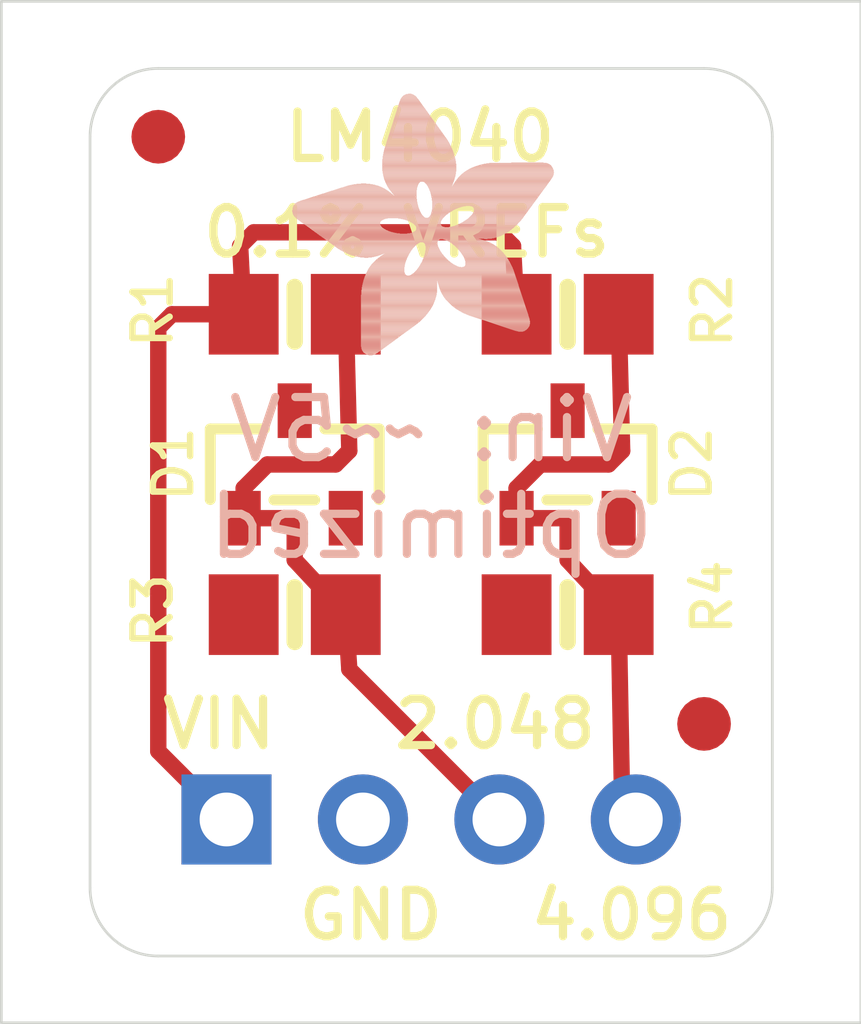
<source format=kicad_pcb>
(kicad_pcb (version 20240108) (generator "pcbnew") (generator_version "8.0")
  (layers (0 "F.Cu" signal) (31 "B.Cu" signal) (34 "B.Paste" user) (35 "F.Paste" user) (36 "B.SilkS" user "B.Silkscreen") (37 "F.SilkS" user "F.Silkscreen") (38 "B.Mask" user) (39 "F.Mask" user) (44 "Edge.Cuts" user))
  (net 0 "")
  (net 1 "GND")
  (net 2 "VIN")
  (net 3 "2.048V")
  (net 4 "4.096V")
  (footprint "0805-NO" (layer "F.Cu") (at 145.9611 106.9086 180)
    (property "Reference" "R3" (at 3.048 0.8255 90) (layer "F.SilkS") (effects (font (size 0.692831 0.692831) (thickness 0.119969)) (justify right top)))
    (property "Value" "10K")
    (pad "1" smd rect (at -0.95 0 180) (size 1.3 1.5) (layers "F.Cu" "F.Paste" "F.Mask") (net 3 "2.048V"))
    (pad "2" smd rect (at 0.95 0 180) (size 1.3 1.5) (layers "F.Cu" "F.Paste" "F.Mask") (net 1 "GND"))
  )
  (footprint "0805-NO" (layer "F.Cu") (at 151.0411 101.3206 180)
    (property "Reference" "R2" (at -2.286 0.8255 90) (layer "F.SilkS") (effects (font (size 0.692831 0.692831) (thickness 0.119969)) (justify right top)))
    (property "Value" "750")
    (pad "1" smd rect (at -0.95 0 180) (size 1.3 1.5) (layers "F.Cu" "F.Paste" "F.Mask") (net 4 "4.096V"))
    (pad "2" smd rect (at 0.95 0 180) (size 1.3 1.5) (layers "F.Cu" "F.Paste" "F.Mask") (net 2 "VIN"))
  )
  (footprint "FIDUCIAL_1MM" (layer "F.Cu") (at 143.4211 98.0186)
    (property "Reference" "FID1" (hide yes))
    (property "Value" "FIDUCIAL\"\"" (hide yes))
    (pad "1" smd roundrect (at 0 0) (size 1 1) (layers "F.Cu" "F.Mask") (roundrect_rratio 0.5))
  )
  (footprint "0805-NO" (layer "F.Cu") (at 151.0411 106.9086 180)
    (property "Reference" "R4" (at -2.286 1.0795 90) (layer "F.SilkS") (effects (font (size 0.692831 0.692831) (thickness 0.119969)) (justify right top)))
    (property "Value" "10K")
    (pad "1" smd rect (at -0.95 0 180) (size 1.3 1.5) (layers "F.Cu" "F.Paste" "F.Mask") (net 4 "4.096V"))
    (pad "2" smd rect (at 0.95 0 180) (size 1.3 1.5) (layers "F.Cu" "F.Paste" "F.Mask") (net 1 "GND"))
  )
  (footprint "1X04_ROUND" (layer "F.Cu") (at 148.5011 110.7186)
    (property "Reference" "JP1" (hide yes))
    (property "Value" "")
    (pad "1" thru_hole rect (at -3.81 0 90) (size 1.6764 1.6764) (drill 1) (layers "*.Cu" "*.Mask") (net 2 "VIN"))
    (pad "2" thru_hole circle (at -1.27 0 90) (size 1.6764 1.6764) (drill 1) (layers "*.Cu" "*.Mask") (net 1 "GND"))
    (pad "3" thru_hole circle (at 1.27 0 90) (size 1.6764 1.6764) (drill 1) (layers "*.Cu" "*.Mask") (net 3 "2.048V"))
    (pad "4" thru_hole circle (at 3.81 0 90) (size 1.6764 1.6764) (drill 1) (layers "*.Cu" "*.Mask") (net 4 "4.096V"))
  )
  (footprint "FIDUCIAL_1MM" (layer "F.Cu") (at 153.5811 108.9406)
    (property "Reference" "FID2" (hide yes))
    (property "Value" "FIDUCIAL\"\"" (hide yes))
    (pad "1" smd roundrect (at 0 0) (size 1 1) (layers "F.Cu" "F.Mask") (roundrect_rratio 0.5))
  )
  (footprint "SOT23-R" (layer "F.Cu") (at 151.0411 104.1146)
    (property "Reference" "D2" (at 1.905 -0.762 90) (layer "F.SilkS") (effects (font (size 0.692831 0.692831) (thickness 0.119969)) (justify right top)))
    (property "Value" "LM4040AIM3-4.1/NOPB")
    (pad "1" smd rect (at -0.95 1) (size 0.635 1.016) (layers "F.Cu" "F.Paste" "F.Mask") (net 4 "4.096V"))
    (pad "2" smd rect (at 0.95 1) (size 0.635 1.016) (layers "F.Cu" "F.Paste" "F.Mask") (net 1 "GND"))
    (pad "3" smd rect (at 0 -1) (size 0.635 1.016) (layers "F.Cu" "F.Paste" "F.Mask"))
  )
  (footprint "0805-NO" (layer "F.Cu") (at 145.9611 101.3206 180)
    (property "Reference" "R1" (at 3.048 0.8255 90) (layer "F.SilkS") (effects (font (size 0.692831 0.692831) (thickness 0.119969)) (justify right top)))
    (property "Value" "750")
    (pad "1" smd rect (at -0.95 0 180) (size 1.3 1.5) (layers "F.Cu" "F.Paste" "F.Mask") (net 3 "2.048V"))
    (pad "2" smd rect (at 0.95 0 180) (size 1.3 1.5) (layers "F.Cu" "F.Paste" "F.Mask") (net 2 "VIN"))
  )
  (footprint "SOT23-R" (layer "F.Cu") (at 145.9611 104.1146)
    (property "Reference" "D1" (at -2.667 -0.762 90) (layer "F.SilkS") (effects (font (size 0.692831 0.692831) (thickness 0.119969)) (justify right top)))
    (property "Value" "LM4040AIM3-2.0/NOPB")
    (pad "1" smd rect (at -0.95 1) (size 0.635 1.016) (layers "F.Cu" "F.Paste" "F.Mask") (net 3 "2.048V"))
    (pad "2" smd rect (at 0.95 1) (size 0.635 1.016) (layers "F.Cu" "F.Paste" "F.Mask") (net 1 "GND"))
    (pad "3" smd rect (at 0 -1) (size 0.635 1.016) (layers "F.Cu" "F.Paste" "F.Mask"))
  )
  (footprint "ADAFRUIT_5MM" (layer "B.Cu") (at 150.7871 102.0826 180)
    (property "Reference" "U$5" (hide yes))
    (property "Value" "" (hide yes))
  )
  (gr_line (start 153.5811 113.2586) (end 143.4211 113.2586) (stroke (width 0.05)) (layer "Edge.Cuts"))
  (gr_arc (start 142.1511 98.0186) (mid 142.523074 97.120574) (end 143.4211 96.7486) (stroke (width 0.05)) (layer "Edge.Cuts"))
  (gr_arc (start 153.5811 96.7486) (mid 154.479126 97.120574) (end 154.8511 98.0186) (stroke (width 0.05)) (layer "Edge.Cuts"))
  (gr_line (start 142.1511 111.9886) (end 142.1511 98.0186) (stroke (width 0.05)) (layer "Edge.Cuts"))
  (gr_line (start 154.8511 98.0186) (end 154.8511 111.9886) (stroke (width 0.05)) (layer "Edge.Cuts"))
  (gr_rect (start 140.5 95.5) (end 156.5 114.5) (stroke (width 0.05)) (fill none) (layer "Edge.Cuts"))
  (gr_arc (start 154.8511 111.9886) (mid 154.479126 112.886626) (end 153.5811 113.2586) (stroke (width 0.05)) (layer "Edge.Cuts"))
  (gr_arc (start 143.4211 113.2586) (mid 142.523074 112.886626) (end 142.1511 111.9886) (stroke (width 0.05)) (layer "Edge.Cuts"))
  (gr_line (start 143.4211 96.7486) (end 153.5811 96.7486) (stroke (width 0.05)) (layer "Edge.Cuts"))
  (gr_text "Vin: ~~5V\nOptimized" (at 148.5011 104.3686 0) (layer "B.SilkS") (effects (font (size 1.1176 1.1176) (thickness 0.1524)) (justify mirror)))
  (gr_text "0.1% VREFs" (at 144.1831 100.3046 0) (layer "F.SilkS") (effects (font (size 0.8636 0.8636) (thickness 0.1524)) (justify left bottom)))
  (gr_text "LM4040" (at 145.7071 98.5266 0) (layer "F.SilkS") (effects (font (size 0.8636 0.8636) (thickness 0.1524)) (justify left bottom)))
  (gr_text "4.096" (at 150.2791 113.0046 0) (layer "F.SilkS") (effects (font (size 0.8636 0.8636) (thickness 0.1524)) (justify left bottom)))
  (gr_text "2.048" (at 147.7391 109.4486 0) (layer "F.SilkS") (effects (font (size 0.8636 0.8636) (thickness 0.1524)) (justify left bottom)))
  (gr_text "GND" (at 145.9611 113.0046 0) (layer "F.SilkS") (effects (font (size 0.8636 0.8636) (thickness 0.1524)) (justify left bottom)))
  (gr_text "VIN" (at 143.4211 109.4486 0) (layer "F.SilkS") (effects (font (size 0.8636 0.8636) (thickness 0.1524)) (justify left bottom)))
  (segment (start 150.0251 100.0506) (end 150.0911 101.3206) (width 0.3048) (layer "F.Cu") (net 2))
  (segment (start 145.1991 99.7966) (end 149.7711 99.7966) (width 0.3048) (layer "F.Cu") (net 2))
  (segment (start 145.0111 101.3206) (end 144.9451 100.0506) (width 0.3048) (layer "F.Cu") (net 2))
  (segment (start 144.9451 100.0506) (end 145.1991 99.7966) (width 0.3048) (layer "F.Cu") (net 2))
  (segment (start 143.4211 101.5746) (end 143.4211 109.4486) (width 0.3048) (layer "F.Cu") (net 2))
  (segment (start 149.7711 99.7966) (end 150.0251 100.0506) (width 0.3048) (layer "F.Cu") (net 2))
  (segment (start 143.4211 109.4486) (end 144.6911 110.7186) (width 0.3048) (layer "F.Cu") (net 2))
  (segment (start 143.6751 101.3206) (end 143.4211 101.5746) (width 0.3048) (layer "F.Cu") (net 2))
  (segment (start 145.0111 101.3206) (end 143.6751 101.3206) (width 0.3048) (layer "F.Cu") (net 2))
  (segment (start 146.9771 107.9246) (end 149.7711 110.7186) (width 0.3048) (layer "F.Cu") (net 3))
  (segment (start 146.7231 104.1146) (end 145.4531 104.1146) (width 0.3048) (layer "F.Cu") (net 3))
  (segment (start 145.9451 105.1146) (end 145.9611 105.1306) (width 0.3048) (layer "F.Cu") (net 3))
  (segment (start 146.9111 101.3206) (end 146.9771 103.8606) (width 0.3048) (layer "F.Cu") (net 3))
  (segment (start 145.4531 104.1146) (end 145.0111 104.5566) (width 0.3048) (layer "F.Cu") (net 3))
  (segment (start 145.9611 105.1306) (end 145.9611 105.8926) (width 0.3048) (layer "F.Cu") (net 3))
  (segment (start 145.0111 105.1146) (end 145.9451 105.1146) (width 0.3048) (layer "F.Cu") (net 3))
  (segment (start 145.0111 105.1146) (end 145.0111 104.5566) (width 0.3048) (layer "F.Cu") (net 3))
  (segment (start 146.9111 106.9086) (end 146.9771 107.9246) (width 0.3048) (layer "F.Cu") (net 3))
  (segment (start 145.9611 105.8926) (end 146.9111 106.9086) (width 0.3048) (layer "F.Cu") (net 3))
  (segment (start 146.9771 103.8606) (end 146.7231 104.1146) (width 0.3048) (layer "F.Cu") (net 3))
  (segment (start 151.0411 105.8926) (end 151.9911 106.9086) (width 0.3048) (layer "F.Cu") (net 4))
  (segment (start 151.9911 101.3206) (end 152.0571 103.8606) (width 0.3048) (layer "F.Cu") (net 4))
  (segment (start 150.0911 105.1146) (end 151.0251 105.1146) (width 0.3048) (layer "F.Cu") (net 4))
  (segment (start 150.0911 105.1146) (end 150.0911 104.5566) (width 0.3048) (layer "F.Cu") (net 4))
  (segment (start 151.0251 105.1146) (end 151.0411 105.1306) (width 0.3048) (layer "F.Cu") (net 4))
  (segment (start 151.9911 106.9086) (end 152.0571 110.4646) (width 0.3048) (layer "F.Cu") (net 4))
  (segment (start 152.0571 110.4646) (end 152.3111 110.7186) (width 0.3048) (layer "F.Cu") (net 4))
  (segment (start 151.0411 105.1306) (end 151.0411 105.8926) (width 0.3048) (layer "F.Cu") (net 4))
  (segment (start 150.5331 104.1146) (end 150.0911 104.5566) (width 0.3048) (layer "F.Cu") (net 4))
  (segment (start 151.8031 104.1146) (end 150.5331 104.1146) (width 0.3048) (layer "F.Cu") (net 4))
  (segment (start 152.0571 103.8606) (end 151.8031 104.1146) (width 0.3048) (layer "F.Cu") (net 4))
)
</source>
